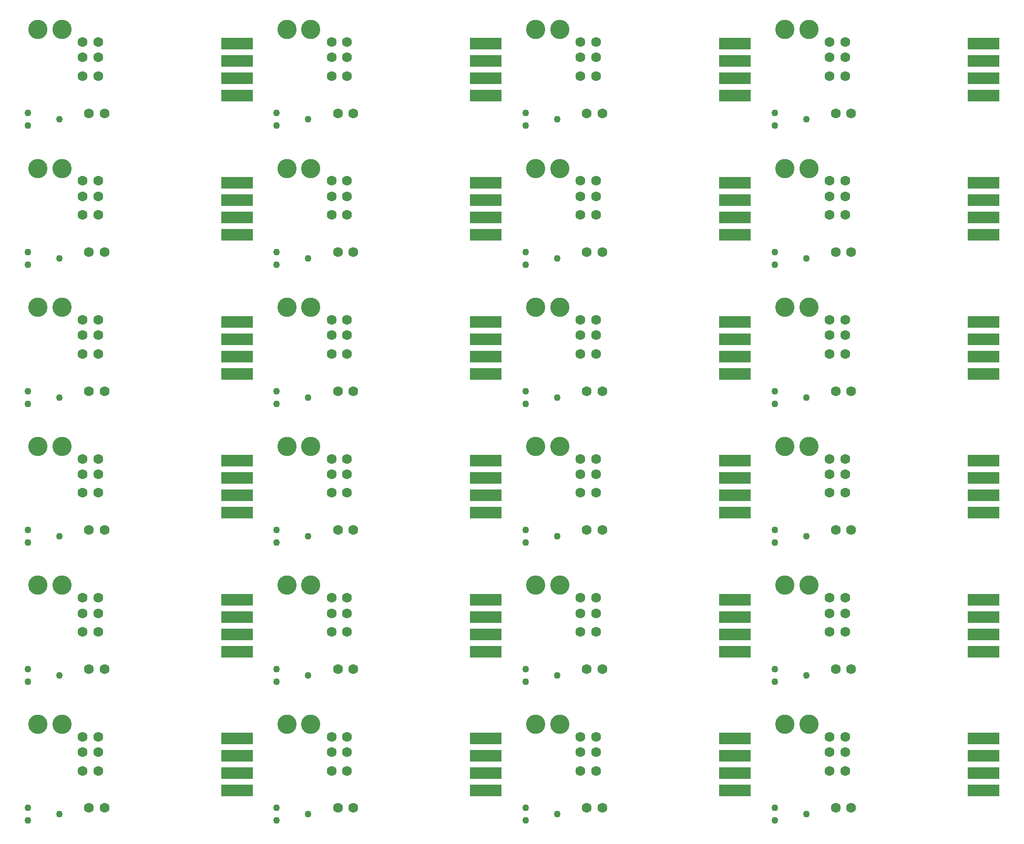
<source format=gbs>
G04 #@! TF.FileFunction,Soldermask,Bot*
%FSLAX46Y46*%
G04 Gerber Fmt 4.6, Leading zero omitted, Abs format (unit mm)*
G04 Created by KiCad (PCBNEW 4.0.2+dfsg1-stable) date Fr 29 Apr 2016 12:30:28 CEST*
%MOMM*%
G01*
G04 APERTURE LIST*
%ADD10C,0.100000*%
%ADD11C,1.600000*%
%ADD12C,3.100000*%
%ADD13R,5.180000X1.878000*%
%ADD14C,1.090600*%
G04 APERTURE END LIST*
D10*
D11*
X132700000Y-159200000D03*
X131700000Y-153200000D03*
X135200000Y-159200000D03*
X134200000Y-153200000D03*
X134200000Y-150200000D03*
X135200000Y-136800000D03*
X132700000Y-136800000D03*
X134200000Y-130800000D03*
X134200000Y-125300000D03*
X131700000Y-125300000D03*
X131700000Y-130800000D03*
X134200000Y-127800000D03*
X131700000Y-127800000D03*
D12*
X124500000Y-100900000D03*
D11*
X131700000Y-102900000D03*
D12*
X128350000Y-100900000D03*
D11*
X134200000Y-102900000D03*
D12*
X128350000Y-123300000D03*
X124500000Y-123300000D03*
D11*
X135200000Y-114400000D03*
X132700000Y-114400000D03*
D12*
X124500000Y-145700000D03*
D11*
X134200000Y-147700000D03*
X131700000Y-150200000D03*
D12*
X128350000Y-145700000D03*
D11*
X131700000Y-147700000D03*
X131700000Y-108400000D03*
X134200000Y-108400000D03*
X134200000Y-105400000D03*
X131700000Y-105400000D03*
X51500000Y-147700000D03*
D12*
X48150000Y-145700000D03*
D11*
X54000000Y-147700000D03*
D12*
X44300000Y-145700000D03*
D11*
X51500000Y-150200000D03*
X51500000Y-125300000D03*
X54000000Y-125300000D03*
D12*
X44300000Y-123300000D03*
D11*
X54000000Y-127800000D03*
X51500000Y-127800000D03*
D12*
X48150000Y-123300000D03*
D11*
X51500000Y-102900000D03*
D12*
X48150000Y-100900000D03*
X44300000Y-100900000D03*
D11*
X54000000Y-102900000D03*
X51500000Y-130800000D03*
X52500000Y-136800000D03*
X54000000Y-130800000D03*
X55000000Y-136800000D03*
X55000000Y-114400000D03*
X54000000Y-108400000D03*
X51500000Y-108400000D03*
X51500000Y-105400000D03*
X52500000Y-114400000D03*
X54000000Y-105400000D03*
X55000000Y-159200000D03*
X54000000Y-153200000D03*
X52500000Y-159200000D03*
X51500000Y-153200000D03*
X54000000Y-150200000D03*
X172800000Y-159200000D03*
X174300000Y-153200000D03*
X175300000Y-159200000D03*
X171800000Y-153200000D03*
X174300000Y-150200000D03*
D12*
X168450000Y-145700000D03*
X164600000Y-145700000D03*
D11*
X171800000Y-150200000D03*
X171800000Y-147700000D03*
X174300000Y-147700000D03*
X174300000Y-108400000D03*
X171800000Y-108400000D03*
X174300000Y-105400000D03*
X171800000Y-105400000D03*
D12*
X168450000Y-123300000D03*
X164600000Y-123300000D03*
D11*
X175300000Y-114400000D03*
X172800000Y-114400000D03*
D12*
X164600000Y-100900000D03*
X168450000Y-100900000D03*
D11*
X174300000Y-102900000D03*
X171800000Y-102900000D03*
X175300000Y-136800000D03*
X172800000Y-136800000D03*
X174300000Y-130800000D03*
X171800000Y-130800000D03*
X171800000Y-125300000D03*
X174300000Y-127800000D03*
X174300000Y-125300000D03*
X171800000Y-127800000D03*
X94100000Y-147700000D03*
X91600000Y-147700000D03*
D12*
X88250000Y-145700000D03*
X84400000Y-145700000D03*
D11*
X91600000Y-150200000D03*
X92600000Y-136800000D03*
X95100000Y-136800000D03*
X91600000Y-130800000D03*
X94100000Y-130800000D03*
X94100000Y-127800000D03*
D12*
X84400000Y-100900000D03*
X88250000Y-100900000D03*
D11*
X91600000Y-105400000D03*
X91600000Y-102900000D03*
X94100000Y-102900000D03*
X94100000Y-105400000D03*
X91600000Y-153200000D03*
X92600000Y-159200000D03*
X95100000Y-159200000D03*
X94100000Y-150200000D03*
X94100000Y-153200000D03*
X91600000Y-108400000D03*
X95100000Y-114400000D03*
X92600000Y-114400000D03*
X94100000Y-108400000D03*
X91600000Y-125300000D03*
D12*
X88250000Y-123300000D03*
X84400000Y-123300000D03*
D11*
X94100000Y-125300000D03*
X91600000Y-127800000D03*
D13*
X196633000Y-148009000D03*
X196633000Y-150803000D03*
X196633000Y-153597000D03*
X196633000Y-156391000D03*
X156533000Y-148009000D03*
X156533000Y-150803000D03*
X156533000Y-153597000D03*
X156533000Y-156391000D03*
D14*
X162960000Y-161216000D03*
X162960000Y-159184000D03*
X168040000Y-160200000D03*
D13*
X196633000Y-125609000D03*
X196633000Y-128403000D03*
X196633000Y-131197000D03*
X196633000Y-133991000D03*
D14*
X162960000Y-138816000D03*
X162960000Y-136784000D03*
X168040000Y-137800000D03*
D13*
X156533000Y-125609000D03*
X156533000Y-128403000D03*
X156533000Y-131197000D03*
X156533000Y-133991000D03*
D14*
X162960000Y-116416000D03*
X162960000Y-114384000D03*
X168040000Y-115400000D03*
D13*
X196633000Y-103209000D03*
X196633000Y-106003000D03*
X196633000Y-108797000D03*
X196633000Y-111591000D03*
X156533000Y-103209000D03*
X156533000Y-106003000D03*
X156533000Y-108797000D03*
X156533000Y-111591000D03*
D14*
X42660000Y-161216000D03*
X42660000Y-159184000D03*
X47740000Y-160200000D03*
X82760000Y-138816000D03*
X82760000Y-136784000D03*
X87840000Y-137800000D03*
D13*
X76333000Y-125609000D03*
X76333000Y-128403000D03*
X76333000Y-131197000D03*
X76333000Y-133991000D03*
D14*
X42660000Y-116416000D03*
X42660000Y-114384000D03*
X47740000Y-115400000D03*
X82760000Y-116416000D03*
X82760000Y-114384000D03*
X87840000Y-115400000D03*
D13*
X76333000Y-103209000D03*
X76333000Y-106003000D03*
X76333000Y-108797000D03*
X76333000Y-111591000D03*
X76333000Y-148009000D03*
X76333000Y-150803000D03*
X76333000Y-153597000D03*
X76333000Y-156391000D03*
D14*
X82760000Y-161216000D03*
X82760000Y-159184000D03*
X87840000Y-160200000D03*
X122860000Y-161216000D03*
X122860000Y-159184000D03*
X127940000Y-160200000D03*
D13*
X116433000Y-148009000D03*
X116433000Y-150803000D03*
X116433000Y-153597000D03*
X116433000Y-156391000D03*
D14*
X42660000Y-138816000D03*
X42660000Y-136784000D03*
X47740000Y-137800000D03*
X122860000Y-138816000D03*
X122860000Y-136784000D03*
X127940000Y-137800000D03*
D13*
X116433000Y-125609000D03*
X116433000Y-128403000D03*
X116433000Y-131197000D03*
X116433000Y-133991000D03*
D14*
X122860000Y-116416000D03*
X122860000Y-114384000D03*
X127940000Y-115400000D03*
D13*
X116433000Y-103209000D03*
X116433000Y-106003000D03*
X116433000Y-108797000D03*
X116433000Y-111591000D03*
D11*
X174300000Y-80500000D03*
X171800000Y-80500000D03*
D12*
X168450000Y-78500000D03*
X164600000Y-78500000D03*
D11*
X171800000Y-83000000D03*
X132700000Y-92000000D03*
X134200000Y-86000000D03*
X135200000Y-92000000D03*
X131700000Y-86000000D03*
X175300000Y-92000000D03*
X171800000Y-86000000D03*
X172800000Y-92000000D03*
X174300000Y-86000000D03*
X174300000Y-83000000D03*
D12*
X88250000Y-78500000D03*
D11*
X94100000Y-86000000D03*
X91600000Y-86000000D03*
D12*
X84400000Y-78500000D03*
D11*
X52500000Y-92000000D03*
X55000000Y-92000000D03*
X54000000Y-86000000D03*
X51500000Y-86000000D03*
X54000000Y-83000000D03*
X94100000Y-83000000D03*
X91600000Y-80500000D03*
X92600000Y-92000000D03*
X94100000Y-80500000D03*
X91600000Y-83000000D03*
X95100000Y-92000000D03*
X131700000Y-83000000D03*
D12*
X124500000Y-78500000D03*
D11*
X134200000Y-83000000D03*
X134200000Y-80500000D03*
D12*
X128350000Y-78500000D03*
D11*
X131700000Y-80500000D03*
D12*
X44300000Y-78500000D03*
X48150000Y-78500000D03*
D11*
X54000000Y-80500000D03*
X51500000Y-80500000D03*
X51500000Y-83000000D03*
D14*
X122860000Y-94016000D03*
X122860000Y-91984000D03*
X127940000Y-93000000D03*
D13*
X116433000Y-80809000D03*
X116433000Y-83603000D03*
X116433000Y-86397000D03*
X116433000Y-89191000D03*
D14*
X162960000Y-94016000D03*
X162960000Y-91984000D03*
X168040000Y-93000000D03*
D13*
X156533000Y-80809000D03*
X156533000Y-83603000D03*
X156533000Y-86397000D03*
X156533000Y-89191000D03*
X196633000Y-80809000D03*
X196633000Y-83603000D03*
X196633000Y-86397000D03*
X196633000Y-89191000D03*
X76333000Y-80809000D03*
X76333000Y-83603000D03*
X76333000Y-86397000D03*
X76333000Y-89191000D03*
D14*
X82760000Y-94016000D03*
X82760000Y-91984000D03*
X87840000Y-93000000D03*
X42660000Y-94016000D03*
X42660000Y-91984000D03*
X47740000Y-93000000D03*
D11*
X174300000Y-58100000D03*
X171800000Y-58100000D03*
D12*
X168450000Y-56100000D03*
X164600000Y-56100000D03*
D11*
X171800000Y-60600000D03*
X132700000Y-69600000D03*
X134200000Y-63600000D03*
X135200000Y-69600000D03*
X131700000Y-63600000D03*
X175300000Y-69600000D03*
X171800000Y-63600000D03*
X172800000Y-69600000D03*
X174300000Y-63600000D03*
X174300000Y-60600000D03*
D12*
X88250000Y-56100000D03*
D11*
X94100000Y-63600000D03*
X91600000Y-63600000D03*
D12*
X84400000Y-56100000D03*
D11*
X52500000Y-69600000D03*
X55000000Y-69600000D03*
X54000000Y-63600000D03*
X51500000Y-63600000D03*
X54000000Y-60600000D03*
X94100000Y-60600000D03*
X91600000Y-58100000D03*
X92600000Y-69600000D03*
X94100000Y-58100000D03*
X91600000Y-60600000D03*
X95100000Y-69600000D03*
X131700000Y-60600000D03*
D12*
X124500000Y-56100000D03*
D11*
X134200000Y-60600000D03*
X134200000Y-58100000D03*
D12*
X128350000Y-56100000D03*
D11*
X131700000Y-58100000D03*
D12*
X44300000Y-56100000D03*
X48150000Y-56100000D03*
D11*
X54000000Y-58100000D03*
X51500000Y-58100000D03*
X51500000Y-60600000D03*
D14*
X122860000Y-71616000D03*
X122860000Y-69584000D03*
X127940000Y-70600000D03*
D13*
X116433000Y-58409000D03*
X116433000Y-61203000D03*
X116433000Y-63997000D03*
X116433000Y-66791000D03*
D14*
X162960000Y-71616000D03*
X162960000Y-69584000D03*
X168040000Y-70600000D03*
D13*
X156533000Y-58409000D03*
X156533000Y-61203000D03*
X156533000Y-63997000D03*
X156533000Y-66791000D03*
X196633000Y-58409000D03*
X196633000Y-61203000D03*
X196633000Y-63997000D03*
X196633000Y-66791000D03*
X76333000Y-58409000D03*
X76333000Y-61203000D03*
X76333000Y-63997000D03*
X76333000Y-66791000D03*
D14*
X82760000Y-71616000D03*
X82760000Y-69584000D03*
X87840000Y-70600000D03*
X42660000Y-71616000D03*
X42660000Y-69584000D03*
X47740000Y-70600000D03*
D11*
X175300000Y-47200000D03*
X172800000Y-47200000D03*
X174300000Y-41200000D03*
X171800000Y-41200000D03*
X171800000Y-38200000D03*
X174300000Y-38200000D03*
X171800000Y-35700000D03*
X174300000Y-35700000D03*
D12*
X168450000Y-33700000D03*
X164600000Y-33700000D03*
D13*
X196633000Y-36009000D03*
X196633000Y-38803000D03*
X196633000Y-41597000D03*
X196633000Y-44391000D03*
D14*
X162960000Y-49216000D03*
X162960000Y-47184000D03*
X168040000Y-48200000D03*
D11*
X135200000Y-47200000D03*
X132700000Y-47200000D03*
X134200000Y-41200000D03*
X131700000Y-41200000D03*
X131700000Y-38200000D03*
X134200000Y-38200000D03*
X131700000Y-35700000D03*
X134200000Y-35700000D03*
D12*
X128350000Y-33700000D03*
X124500000Y-33700000D03*
D13*
X156533000Y-36009000D03*
X156533000Y-38803000D03*
X156533000Y-41597000D03*
X156533000Y-44391000D03*
D14*
X122860000Y-49216000D03*
X122860000Y-47184000D03*
X127940000Y-48200000D03*
D11*
X95100000Y-47200000D03*
X92600000Y-47200000D03*
X94100000Y-41200000D03*
X91600000Y-41200000D03*
X91600000Y-38200000D03*
X94100000Y-38200000D03*
X91600000Y-35700000D03*
X94100000Y-35700000D03*
D12*
X88250000Y-33700000D03*
X84400000Y-33700000D03*
D13*
X116433000Y-36009000D03*
X116433000Y-38803000D03*
X116433000Y-41597000D03*
X116433000Y-44391000D03*
D14*
X82760000Y-49216000D03*
X82760000Y-47184000D03*
X87840000Y-48200000D03*
X42660000Y-49216000D03*
X42660000Y-47184000D03*
X47740000Y-48200000D03*
D11*
X51500000Y-41200000D03*
X54000000Y-41200000D03*
X52500000Y-47200000D03*
X55000000Y-47200000D03*
X54000000Y-35700000D03*
X51500000Y-35700000D03*
X51500000Y-38200000D03*
X54000000Y-38200000D03*
D12*
X48150000Y-33700000D03*
X44300000Y-33700000D03*
D13*
X76333000Y-36009000D03*
X76333000Y-38803000D03*
X76333000Y-41597000D03*
X76333000Y-44391000D03*
M02*

</source>
